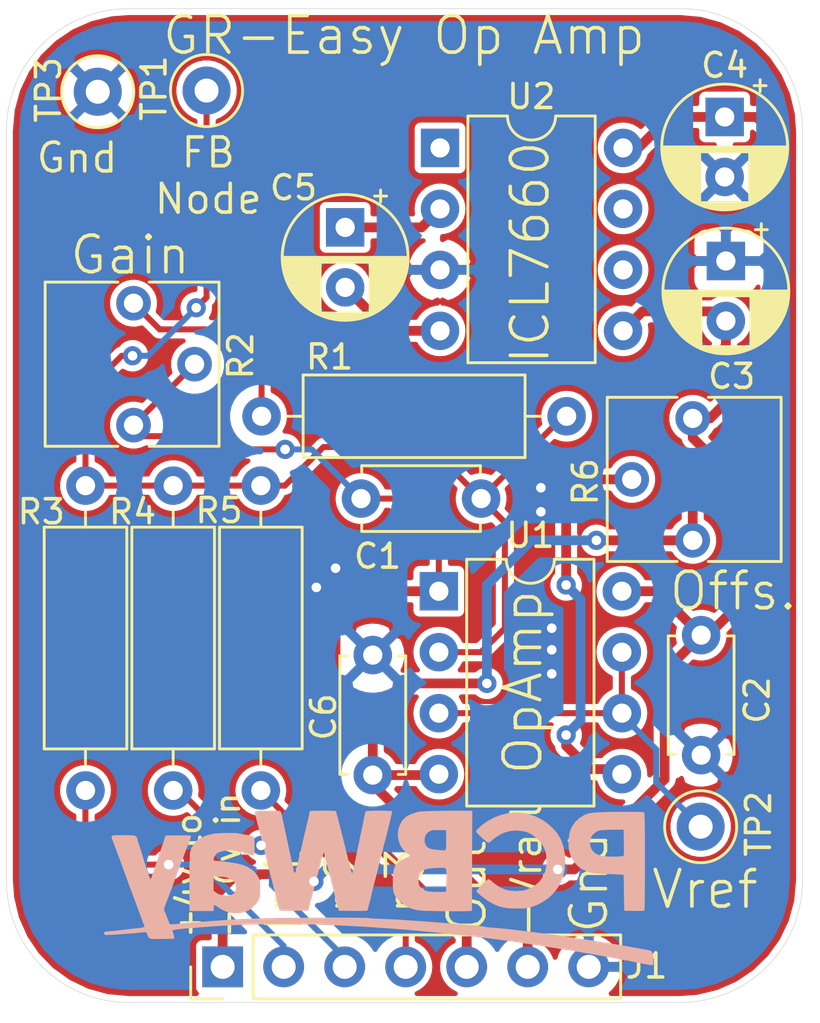
<source format=kicad_pcb>
(kicad_pcb (version 20171130) (host pcbnew "(5.1.2-1)-1")
  (layers (0 F.Cu signal) (31 B.Cu signal) (34 B.Paste user hide) (35 F.Paste user) (36 B.SilkS user hide) (37 F.SilkS user) (38 B.Mask user hide) (39 F.Mask user hide) (44 Edge.Cuts user))
  (net 0 "")
  (net 1 GNDREF)
  (net 2 /Out)
  (net 3 "Net-(C1-Pad2)")
  (net 4 "Net-(R1-Pad1)")
  (net 5 VCC)
  (net 6 VSS)
  (net 7 "Net-(C5-Pad1)")
  (net 8 "Net-(C5-Pad2)")
  (net 9 /In1)
  (net 10 /In2)
  (net 11 /In3)
  (net 12 "Net-(R6-Pad2)")
  (net 13 /Vref)
  (net 14 "Net-(U2-Pad7)")
  (net 15 "Net-(U2-Pad6)")
  (net 16 "Net-(U2-Pad1)")
  (module "_Custom_Footprints:pcb way logo" (layer B.Cu) (at 103.511 92.271 180)
    (fp_text reference G*** hide)
    (fp_text value LOGO hide)
  )
  (module Capacitor_THT:C_Disc_D4.7mm_W2.5mm_P5.00mm (layer F.Cu) (at 102.771 75.371)
    (fp_text reference C1 (at 0.69 2.4) (layer F.SilkS))
    (fp_text value DNI)
    (pad 1 thru_hole circle (at 0 0) (size 1.6 1.6) (drill 0.8) (layers *.Cu *.Mask) (net 2 /Out))
    (pad 2 thru_hole circle (at 5 0) (size 1.6 1.6) (drill 0.8) (layers *.Cu *.Mask) (net 3 "Net-(C1-Pad2)"))
  )
  (module Capacitor_THT:C_Disc_D4.7mm_W2.5mm_P5.00mm (layer F.Cu) (at 116.931 86.061 90)
    (fp_text reference C2 (at 2.29 2.33 90) (layer F.SilkS))
    (fp_text value 100nF)
    (pad 2 thru_hole circle (at 5 0 90) (size 1.6 1.6) (drill 0.8) (layers *.Cu *.Mask) (net 5 VCC))
    (pad 1 thru_hole circle (at 0 0 90) (size 1.6 1.6) (drill 0.8) (layers *.Cu *.Mask) (net 1 GNDREF))
  )
  (module Capacitor_THT:CP_Radial_D5.0mm_P2.50mm (layer F.Cu) (at 117.961 65.471 270)
    (fp_text reference C3 (at 4.81 -0.24 180) (layer F.SilkS))
    (fp_text value 10uF)
    (pad 2 thru_hole circle (at 2.5 0 270) (size 1.6 1.6) (drill 0.8) (layers *.Cu *.Mask) (net 6 VSS))
    (pad 1 thru_hole rect (at 0 0 270) (size 1.6 1.6) (drill 0.8) (layers *.Cu *.Mask) (net 1 GNDREF))
  )
  (module Capacitor_THT:CP_Radial_D5.0mm_P2.50mm (layer F.Cu) (at 117.911 59.471 270)
    (fp_text reference C4 (at -2.15 0 180) (layer F.SilkS))
    (fp_text value 10uF)
    (pad 1 thru_hole rect (at 0 0 270) (size 1.6 1.6) (drill 0.8) (layers *.Cu *.Mask) (net 5 VCC))
    (pad 2 thru_hole circle (at 2.5 0 270) (size 1.6 1.6) (drill 0.8) (layers *.Cu *.Mask) (net 1 GNDREF))
  )
  (module Capacitor_THT:CP_Radial_D5.0mm_P2.50mm (layer F.Cu) (at 102.111 64.071 270)
    (fp_text reference C5 (at -1.65 2.15 180) (layer F.SilkS))
    (fp_text value 10uF)
    (pad 1 thru_hole rect (at 0 0 270) (size 1.6 1.6) (drill 0.8) (layers *.Cu *.Mask) (net 7 "Net-(C5-Pad1)"))
    (pad 2 thru_hole circle (at 2.5 0 270) (size 1.6 1.6) (drill 0.8) (layers *.Cu *.Mask) (net 8 "Net-(C5-Pad2)"))
  )
  (module Capacitor_THT:C_Disc_D4.7mm_W2.5mm_P5.00mm (layer F.Cu) (at 103.261 81.891 270)
    (fp_text reference C6 (at 2.58 2.05 90) (layer F.SilkS))
    (fp_text value 100nF)
    (pad 1 thru_hole circle (at 0 0 270) (size 1.6 1.6) (drill 0.8) (layers *.Cu *.Mask) (net 1 GNDREF))
    (pad 2 thru_hole circle (at 5 0 270) (size 1.6 1.6) (drill 0.8) (layers *.Cu *.Mask) (net 6 VSS))
  )
  (module Connector_PinHeader_2.54mm:PinHeader_1x07_P2.54mm_Vertical (layer F.Cu) (at 97.011 94.881 90)
    (fp_text reference J1 (at 0.035 17.65 180) (layer F.SilkS))
    (fp_text value Conn_01x07)
    (pad 1 thru_hole rect (at 0 0 90) (size 1.7 1.7) (drill 1) (layers *.Cu *.Mask) (net 5 VCC))
    (pad 2 thru_hole oval (at 0 2.54 90) (size 1.7 1.7) (drill 1) (layers *.Cu *.Mask) (net 9 /In1))
    (pad 3 thru_hole oval (at 0 5.08 90) (size 1.7 1.7) (drill 1) (layers *.Cu *.Mask) (net 10 /In2))
    (pad 4 thru_hole oval (at 0 7.62 90) (size 1.7 1.7) (drill 1) (layers *.Cu *.Mask) (net 11 /In3))
    (pad 5 thru_hole oval (at 0 10.16 90) (size 1.7 1.7) (drill 1) (layers *.Cu *.Mask) (net 2 /Out))
    (pad 6 thru_hole oval (at 0 12.7 90) (size 1.7 1.7) (drill 1) (layers *.Cu *.Mask) (net 6 VSS))
    (pad 7 thru_hole oval (at 0 15.24 90) (size 1.7 1.7) (drill 1) (layers *.Cu *.Mask) (net 1 GNDREF))
  )
  (module Resistor_THT:R_Axial_DIN0309_L9.0mm_D3.2mm_P12.70mm_Horizontal (layer F.Cu) (at 98.631 71.941)
    (fp_text reference R1 (at 2.83 -2.47) (layer F.SilkS))
    (fp_text value 4K7)
    (pad 2 thru_hole oval (at 12.7 0) (size 1.6 1.6) (drill 0.8) (layers *.Cu *.Mask) (net 3 "Net-(C1-Pad2)"))
    (pad 1 thru_hole circle (at 0 0) (size 1.6 1.6) (drill 0.8) (layers *.Cu *.Mask) (net 4 "Net-(R1-Pad1)"))
  )
  (module Potentiometer_THT:Potentiometer_Vishay_T73YP_Vertical (layer F.Cu) (at 93.301 72.311)
    (fp_text reference R2 (at 4.46 -2.89 90) (layer F.SilkS))
    (fp_text value 100K)
    (pad 3 thru_hole circle (at 0 -5.08) (size 1.44 1.44) (drill 0.8) (layers *.Cu *.Mask) (net 4 "Net-(R1-Pad1)"))
    (pad 2 thru_hole circle (at 2.54 -2.54) (size 1.44 1.44) (drill 0.8) (layers *.Cu *.Mask) (net 2 /Out))
    (pad 1 thru_hole circle (at 0 0) (size 1.44 1.44) (drill 0.8) (layers *.Cu *.Mask) (net 2 /Out))
  )
  (module Resistor_THT:R_Axial_DIN0309_L9.0mm_D3.2mm_P12.70mm_Horizontal (layer F.Cu) (at 91.301 74.831 270)
    (fp_text reference R3 (at 1.09 1.84 180) (layer F.SilkS))
    (fp_text value 10K)
    (pad 2 thru_hole oval (at 12.7 0 270) (size 1.6 1.6) (drill 0.8) (layers *.Cu *.Mask) (net 9 /In1))
    (pad 1 thru_hole circle (at 0 0 270) (size 1.6 1.6) (drill 0.8) (layers *.Cu *.Mask) (net 3 "Net-(C1-Pad2)"))
  )
  (module Resistor_THT:R_Axial_DIN0309_L9.0mm_D3.2mm_P12.70mm_Horizontal (layer F.Cu) (at 94.951 74.831 270)
    (fp_text reference R4 (at 1.09 1.69 180) (layer F.SilkS))
    (fp_text value 10K)
    (pad 1 thru_hole circle (at 0 0 270) (size 1.6 1.6) (drill 0.8) (layers *.Cu *.Mask) (net 3 "Net-(C1-Pad2)"))
    (pad 2 thru_hole oval (at 12.7 0 270) (size 1.6 1.6) (drill 0.8) (layers *.Cu *.Mask) (net 10 /In2))
  )
  (module Resistor_THT:R_Axial_DIN0309_L9.0mm_D3.2mm_P12.70mm_Horizontal (layer F.Cu) (at 98.601 74.831 270)
    (fp_text reference R5 (at 1.04 1.74 180) (layer F.SilkS))
    (fp_text value 10K)
    (pad 1 thru_hole circle (at 0 0 270) (size 1.6 1.6) (drill 0.8) (layers *.Cu *.Mask) (net 3 "Net-(C1-Pad2)"))
    (pad 2 thru_hole oval (at 12.7 0 270) (size 1.6 1.6) (drill 0.8) (layers *.Cu *.Mask) (net 11 /In3))
  )
  (module TestPoint:TestPoint_Loop_D1.80mm_Drill1.0mm_Beaded (layer F.Cu) (at 96.341 58.371)
    (fp_text reference TP1 (at -2.19 -0.1 90) (layer F.SilkS))
    (fp_text value TestPoint)
    (pad 1 thru_hole circle (at 0 0) (size 2 2) (drill 1) (layers *.Cu *.Mask) (net 3 "Net-(C1-Pad2)"))
  )
  (module TestPoint:TestPoint_Loop_D1.80mm_Drill1.0mm_Beaded (layer F.Cu) (at 116.911 89.041)
    (fp_text reference TP2 (at 2.41 -0.12 90) (layer F.SilkS))
    (fp_text value TestPoint)
    (pad 1 thru_hole circle (at 0 0) (size 2 2) (drill 1) (layers *.Cu *.Mask) (net 13 /Vref))
  )
  (module Package_DIP:DIP-8_W7.62mm (layer F.Cu) (at 106.011 79.231)
    (fp_text reference U1 (at 3.81 -2.33) (layer F.SilkS))
    (fp_text value LM358)
    (pad 1 thru_hole rect (at 0 0) (size 1.6 1.6) (drill 0.8) (layers *.Cu *.Mask) (net 2 /Out))
    (pad 5 thru_hole oval (at 7.62 7.62) (size 1.6 1.6) (drill 0.8) (layers *.Cu *.Mask) (net 12 "Net-(R6-Pad2)"))
    (pad 2 thru_hole oval (at 0 2.54) (size 1.6 1.6) (drill 0.8) (layers *.Cu *.Mask) (net 3 "Net-(C1-Pad2)"))
    (pad 6 thru_hole oval (at 7.62 5.08) (size 1.6 1.6) (drill 0.8) (layers *.Cu *.Mask) (net 13 /Vref))
    (pad 3 thru_hole oval (at 0 5.08) (size 1.6 1.6) (drill 0.8) (layers *.Cu *.Mask) (net 13 /Vref))
    (pad 7 thru_hole oval (at 7.62 2.54) (size 1.6 1.6) (drill 0.8) (layers *.Cu *.Mask) (net 13 /Vref))
    (pad 4 thru_hole oval (at 0 7.62) (size 1.6 1.6) (drill 0.8) (layers *.Cu *.Mask) (net 6 VSS))
    (pad 8 thru_hole oval (at 7.62 0) (size 1.6 1.6) (drill 0.8) (layers *.Cu *.Mask) (net 5 VCC))
  )
  (module Package_DIP:DIP-8_W7.62mm (layer F.Cu) (at 106.061 60.761)
    (fp_text reference U2 (at 3.8 -2.14) (layer F.SilkS))
    (fp_text value ICL7660)
    (pad 8 thru_hole oval (at 7.62 0) (size 1.6 1.6) (drill 0.8) (layers *.Cu *.Mask) (net 5 VCC))
    (pad 4 thru_hole oval (at 0 7.62) (size 1.6 1.6) (drill 0.8) (layers *.Cu *.Mask) (net 8 "Net-(C5-Pad2)"))
    (pad 7 thru_hole oval (at 7.62 2.54) (size 1.6 1.6) (drill 0.8) (layers *.Cu *.Mask) (net 14 "Net-(U2-Pad7)"))
    (pad 3 thru_hole oval (at 0 5.08) (size 1.6 1.6) (drill 0.8) (layers *.Cu *.Mask) (net 1 GNDREF))
    (pad 6 thru_hole oval (at 7.62 5.08) (size 1.6 1.6) (drill 0.8) (layers *.Cu *.Mask) (net 15 "Net-(U2-Pad6)"))
    (pad 2 thru_hole oval (at 0 2.54) (size 1.6 1.6) (drill 0.8) (layers *.Cu *.Mask) (net 7 "Net-(C5-Pad1)"))
    (pad 5 thru_hole oval (at 7.62 7.62) (size 1.6 1.6) (drill 0.8) (layers *.Cu *.Mask) (net 6 VSS))
    (pad 1 thru_hole rect (at 0 0) (size 1.6 1.6) (drill 0.8) (layers *.Cu *.Mask) (net 16 "Net-(U2-Pad1)"))
  )
  (module Potentiometer_THT:Potentiometer_Vishay_T73YP_Vertical (layer F.Cu) (at 116.581 72.031 180)
    (fp_text reference R6 (at 4.47 -2.64 90) (layer F.SilkS))
    (fp_text value 100K)
    (pad 3 thru_hole circle (at 0 -5.08 180) (size 1.44 1.44) (drill 0.8) (layers *.Cu *.Mask) (net 6 VSS))
    (pad 2 thru_hole circle (at 2.54 -2.54 180) (size 1.44 1.44) (drill 0.8) (layers *.Cu *.Mask) (net 12 "Net-(R6-Pad2)"))
    (pad 1 thru_hole circle (at 0 0 180) (size 1.44 1.44) (drill 0.8) (layers *.Cu *.Mask) (net 5 VCC))
  )
  (module TestPoint:TestPoint_Loop_D1.80mm_Drill1.0mm_Beaded (layer F.Cu) (at 91.811 58.421)
    (fp_text reference TP3 (at -2.05 -0.08 90) (layer F.SilkS))
    (fp_text value TestPoint)
    (pad 1 thru_hole circle (at 0 0) (size 2 2) (drill 1) (layers *.Cu *.Mask) (net 1 GNDREF))
  )
  (gr_text Offs. (at 118.261 79.221) (layer F.SilkS) (effects (font (size 1.524 1.524))))
  (gr_text Gain (at 93.161 65.221) (layer F.SilkS) (effects (font (size 1.524 1.524))))
  (gr_text "OpAmp\n" (at 109.511 83.021 90) (layer F.SilkS) (effects (font (size 1.524 1.524))))
  (gr_text ICL7660 (at 109.811 65.121 90) (layer F.SilkS) (effects (font (size 1.524 1.524))))
  (gr_text "+4v to \n+10v in" (at 96.411 93.771 90) (layer F.SilkS) (effects (font (size 1 1)) (justify left)))
  (gr_text Gnd (at 112.261 91.371 90) (layer F.SilkS) (effects (font (size 1.5 1.5))))
  (gr_text -Vrail (at 109.661 90.871 90) (layer F.SilkS) (effects (font (size 1.2 1.2))))
  (gr_text Out (at 107.186 91.521 90) (layer F.SilkS) (effects (font (size 1.524 1.524))))
  (gr_text "In3\n" (at 104.611 91.646 90) (layer F.SilkS) (effects (font (size 1.524 1.524))))
  (gr_text In2 (at 102.086 91.646 90) (layer F.SilkS) (effects (font (size 1.524 1.524))))
  (gr_text In1 (at 99.586 91.646 90) (layer F.SilkS) (effects (font (size 1.524 1.524))))
  (gr_text Vref (at 117.091 91.651) (layer F.SilkS) (effects (font (size 1.524 1.524))))
  (gr_text "FB\nNode" (at 96.411 61.921) (layer F.SilkS) (effects (font (size 1.2 1.2))))
  (gr_text Gnd (at 90.951 61.171) (layer F.SilkS) (effects (font (size 1.2 1.2))))
  (gr_arc (start 93.091 91.284) (end 88.011 91.284) (angle -90) (layer Edge.Cuts) (width 0.0254))
  (gr_text "GR-Easy Op Amp" (at 104.561 56.071) (layer F.SilkS) (effects (font (size 1.524 1.524))))
  (gr_arc (start 116.07 91.284) (end 116.07 96.364) (angle -90) (layer Edge.Cuts) (width 0.0254))
  (gr_arc (start 116.07 60.038) (end 121.15 60.038) (angle -90) (layer Edge.Cuts) (width 0.0254))
  (gr_arc (start 93.091 60.038) (end 93.091 54.958) (angle -90) (layer Edge.Cuts) (width 0.0254))
  (gr_line (start 88.011 91.284) (end 88.011 60.038) (layer Edge.Cuts) (width 0.0254))
  (gr_line (start 116.07 96.364) (end 93.091 96.364) (layer Edge.Cuts) (width 0.0254))
  (gr_line (start 121.151 60.035) (end 121.151 91.281) (layer Edge.Cuts) (width 0.0254))
  (gr_line (start 93.091 54.958) (end 116.07 54.958) (layer Edge.Cuts) (width 0.0254))
  (via (at 110.261 75.921) (size 0.8) (drill 0.4) (layers F.Cu B.Cu) (net 1))
  (via (at 110.261 74.921) (size 0.8) (drill 0.4) (layers F.Cu B.Cu) (net 1))
  (via (at 100.911 79.071) (size 0.8) (drill 0.4) (layers F.Cu B.Cu) (net 1))
  (via (at 101.711 78.271) (size 0.8) (drill 0.4) (layers F.Cu B.Cu) (net 1))
  (via (at 110.711 80.771) (size 0.8) (drill 0.4) (layers F.Cu B.Cu) (net 1))
  (via (at 110.711 81.671) (size 0.8) (drill 0.4) (layers F.Cu B.Cu) (net 1))
  (via (at 110.711 82.671) (size 0.8) (drill 0.4) (layers F.Cu B.Cu) (net 1))
  (segment (start 107.171 93.531) (end 107.171 94.881) (width 0.4064) (layer F.Cu) (net 2))
  (segment (start 101.711 88.071) (end 107.171 93.531) (width 0.4064) (layer F.Cu) (net 2))
  (segment (start 101.711 80.321) (end 101.711 88.071) (width 0.4064) (layer F.Cu) (net 2))
  (segment (start 102.801 79.231) (end 101.711 80.321) (width 0.4064) (layer F.Cu) (net 2))
  (segment (start 106.011 79.231) (end 102.801 79.231) (width 0.4064) (layer F.Cu) (net 2))
  (segment (start 102.771 75.371) (end 104.111 75.371) (width 0.25) (layer F.Cu) (net 2))
  (segment (start 106.011 77.271) (end 106.011 79.231) (width 0.25) (layer F.Cu) (net 2))
  (segment (start 104.111 75.371) (end 106.011 77.271) (width 0.25) (layer F.Cu) (net 2))
  (via (at 99.611 73.321) (size 0.8) (drill 0.4) (layers F.Cu B.Cu) (net 2))
  (segment (start 100.721 73.321) (end 102.771 75.371) (width 0.25) (layer B.Cu) (net 2))
  (segment (start 99.611 73.321) (end 100.721 73.321) (width 0.25) (layer B.Cu) (net 2))
  (segment (start 95.841 69.771) (end 93.301 72.311) (width 0.25) (layer F.Cu) (net 2))
  (segment (start 97.211 73.321) (end 99.611 73.321) (width 0.25) (layer F.Cu) (net 2))
  (segment (start 96.661 72.771) (end 97.211 73.321) (width 0.25) (layer F.Cu) (net 2))
  (segment (start 93.761 72.771) (end 96.661 72.771) (width 0.25) (layer F.Cu) (net 2))
  (segment (start 93.301 72.311) (end 93.761 72.771) (width 0.25) (layer F.Cu) (net 2))
  (segment (start 108.761 76.361) (end 107.771 75.371) (width 0.25) (layer F.Cu) (net 3))
  (segment (start 108.761 80.771) (end 108.761 76.361) (width 0.25) (layer F.Cu) (net 3))
  (segment (start 107.761 81.771) (end 108.761 80.771) (width 0.25) (layer F.Cu) (net 3))
  (segment (start 106.011 81.771) (end 107.761 81.771) (width 0.25) (layer F.Cu) (net 3))
  (segment (start 91.301 74.831) (end 94.951 74.831) (width 0.25) (layer F.Cu) (net 3))
  (segment (start 98.601 74.831) (end 94.951 74.831) (width 0.25) (layer F.Cu) (net 3))
  (segment (start 98.601 74.831) (end 99.601 74.831) (width 0.25) (layer F.Cu) (net 3))
  (segment (start 99.601 74.831) (end 101.211 73.221) (width 0.25) (layer F.Cu) (net 3))
  (segment (start 105.621 73.221) (end 107.771 75.371) (width 0.25) (layer F.Cu) (net 3))
  (segment (start 101.211 73.221) (end 105.621 73.221) (width 0.25) (layer F.Cu) (net 3))
  (segment (start 111.201 71.941) (end 107.771 75.371) (width 0.25) (layer F.Cu) (net 3))
  (segment (start 111.331 71.941) (end 111.201 71.941) (width 0.25) (layer F.Cu) (net 3))
  (segment (start 96.341 58.371) (end 96.341 66.991) (width 0.25) (layer F.Cu) (net 3))
  (via (at 95.911 67.421) (size 0.8) (drill 0.4) (layers F.Cu B.Cu) (net 3))
  (segment (start 96.341 66.991) (end 95.911 67.421) (width 0.25) (layer F.Cu) (net 3))
  (segment (start 93.911 69.421) (end 93.261 69.421) (width 0.25) (layer B.Cu) (net 3))
  (via (at 93.261 69.421) (size 0.8) (drill 0.4) (layers F.Cu B.Cu) (net 3))
  (segment (start 95.911 67.421) (end 93.911 69.421) (width 0.25) (layer B.Cu) (net 3))
  (segment (start 93.261 69.421) (end 92.811 69.421) (width 0.25) (layer F.Cu) (net 3))
  (segment (start 91.301 70.931) (end 91.301 74.831) (width 0.25) (layer F.Cu) (net 3))
  (segment (start 92.811 69.421) (end 91.301 70.931) (width 0.25) (layer F.Cu) (net 3))
  (segment (start 98.631 71.941) (end 98.011 71.941) (width 0.25) (layer F.Cu) (net 4))
  (segment (start 98.631 71.941) (end 98.631 69.791) (width 0.25) (layer F.Cu) (net 4))
  (segment (start 98.631 69.791) (end 97.161 68.321) (width 0.25) (layer F.Cu) (net 4))
  (segment (start 94.391 68.321) (end 93.301 67.231) (width 0.25) (layer F.Cu) (net 4))
  (segment (start 97.161 68.321) (end 94.391 68.321) (width 0.25) (layer F.Cu) (net 4))
  (segment (start 97.011 94.881) (end 97.011 92.537975) (width 0.4064) (layer F.Cu) (net 5))
  (segment (start 97.011 92.537975) (end 98.527975 91.021) (width 0.4064) (layer F.Cu) (net 5))
  (via (at 100.811 91.321) (size 0.8) (drill 0.4) (layers F.Cu B.Cu) (net 5))
  (segment (start 100.511 91.021) (end 100.811 91.321) (width 0.4064) (layer F.Cu) (net 5))
  (segment (start 98.527975 91.021) (end 100.511 91.021) (width 0.4064) (layer F.Cu) (net 5))
  (via (at 110.960781 90.821) (size 0.8) (drill 0.4) (layers F.Cu B.Cu) (net 5))
  (segment (start 101.311 90.821) (end 110.960781 90.821) (width 0.4064) (layer B.Cu) (net 5))
  (segment (start 100.811 91.321) (end 101.311 90.821) (width 0.4064) (layer B.Cu) (net 5))
  (segment (start 110.960781 90.821) (end 111.647406 90.821) (width 0.4064) (layer F.Cu) (net 5))
  (segment (start 111.647406 90.821) (end 115.411 87.057406) (width 0.4064) (layer F.Cu) (net 5))
  (segment (start 115.411 82.581) (end 116.931 81.061) (width 0.4064) (layer F.Cu) (net 5))
  (segment (start 115.411 87.057406) (end 115.411 82.581) (width 0.4064) (layer F.Cu) (net 5))
  (segment (start 115.101 79.231) (end 116.931 81.061) (width 0.4064) (layer F.Cu) (net 5))
  (segment (start 113.631 79.231) (end 115.101 79.231) (width 0.4064) (layer F.Cu) (net 5))
  (segment (start 116.581 72.031) (end 116.521 72.031) (width 0.4064) (layer B.Cu) (net 5))
  (segment (start 113.681 60.761) (end 114.321 60.761) (width 0.4064) (layer F.Cu) (net 5))
  (segment (start 115.611 59.471) (end 117.911 59.471) (width 0.4064) (layer F.Cu) (net 5))
  (segment (start 114.321 60.761) (end 115.611 59.471) (width 0.4064) (layer F.Cu) (net 5))
  (segment (start 119.230644 59.471) (end 117.911 59.471) (width 0.4064) (layer F.Cu) (net 5))
  (segment (start 119.859818 60.100174) (end 119.230644 59.471) (width 0.4064) (layer F.Cu) (net 5))
  (segment (start 119.859818 69.472182) (end 119.859818 60.100174) (width 0.4064) (layer F.Cu) (net 5))
  (segment (start 117.301 72.031) (end 119.859818 69.472182) (width 0.4064) (layer F.Cu) (net 5))
  (segment (start 116.581 72.031) (end 117.301 72.031) (width 0.4064) (layer F.Cu) (net 5))
  (segment (start 116.581 72.841) (end 116.581 72.031) (width 0.4064) (layer F.Cu) (net 5))
  (segment (start 118.861 75.121) (end 116.581 72.841) (width 0.4064) (layer F.Cu) (net 5))
  (segment (start 118.861 79.421) (end 118.861 75.121) (width 0.4064) (layer F.Cu) (net 5))
  (segment (start 117.221 81.061) (end 118.861 79.421) (width 0.4064) (layer F.Cu) (net 5))
  (segment (start 116.931 81.061) (end 117.221 81.061) (width 0.4064) (layer F.Cu) (net 5))
  (segment (start 116.581 77.111) (end 116.581 74.691) (width 0.4064) (layer F.Cu) (net 6))
  (segment (start 116.581 74.691) (end 114.761 72.871) (width 0.4064) (layer F.Cu) (net 6))
  (segment (start 114.761 72.871) (end 114.761 71.271) (width 0.4064) (layer F.Cu) (net 6))
  (segment (start 114.761 71.271) (end 116.511 69.521) (width 0.4064) (layer F.Cu) (net 6))
  (segment (start 116.511 69.521) (end 117.461 69.521) (width 0.4064) (layer F.Cu) (net 6))
  (segment (start 117.961 69.021) (end 117.961 67.971) (width 0.4064) (layer F.Cu) (net 6))
  (segment (start 117.461 69.521) (end 117.961 69.021) (width 0.4064) (layer F.Cu) (net 6))
  (segment (start 117.561 67.571) (end 117.961 67.971) (width 0.4064) (layer F.Cu) (net 6))
  (segment (start 114.491 67.571) (end 117.561 67.571) (width 0.4064) (layer F.Cu) (net 6))
  (segment (start 113.681 68.381) (end 114.491 67.571) (width 0.4064) (layer F.Cu) (net 6))
  (segment (start 105.971 86.891) (end 106.011 86.851) (width 0.4064) (layer F.Cu) (net 6))
  (segment (start 103.261 86.891) (end 105.971 86.891) (width 0.4064) (layer F.Cu) (net 6))
  (segment (start 116.581 77.111) (end 112.571 77.111) (width 0.4064) (layer F.Cu) (net 6))
  (segment (start 103.261 86.891) (end 103.261 84.471) (width 0.4064) (layer F.Cu) (net 6))
  (via (at 108.011 83.071) (size 0.8) (drill 0.4) (layers F.Cu B.Cu) (net 6))
  (segment (start 104.661 83.071) (end 108.011 83.071) (width 0.4064) (layer F.Cu) (net 6))
  (segment (start 103.261 84.471) (end 104.661 83.071) (width 0.4064) (layer F.Cu) (net 6))
  (segment (start 108.011 83.071) (end 108.011 78.971) (width 0.4064) (layer B.Cu) (net 6))
  (via (at 112.571 77.111) (size 0.8) (drill 0.4) (layers F.Cu B.Cu) (net 6))
  (segment (start 109.871 77.111) (end 112.571 77.111) (width 0.4064) (layer B.Cu) (net 6))
  (segment (start 108.011 78.971) (end 109.871 77.111) (width 0.4064) (layer B.Cu) (net 6))
  (segment (start 103.261 87.271) (end 103.261 86.891) (width 0.4064) (layer F.Cu) (net 6))
  (segment (start 109.711 93.721) (end 103.261 87.271) (width 0.4064) (layer F.Cu) (net 6))
  (segment (start 109.711 94.881) (end 109.711 93.721) (width 0.4064) (layer F.Cu) (net 6))
  (segment (start 105.291 64.071) (end 106.061 63.301) (width 0.4064) (layer F.Cu) (net 7))
  (segment (start 102.111 64.071) (end 105.291 64.071) (width 0.4064) (layer F.Cu) (net 7))
  (segment (start 103.921 68.381) (end 102.111 66.571) (width 0.4064) (layer F.Cu) (net 8))
  (segment (start 106.061 68.381) (end 103.921 68.381) (width 0.4064) (layer F.Cu) (net 8))
  (segment (start 99.551 94.881) (end 99.551 94.007559) (width 0.25) (layer B.Cu) (net 9))
  (segment (start 99.551 94.007559) (end 96.164441 90.621) (width 0.25) (layer B.Cu) (net 9))
  (segment (start 96.164441 90.621) (end 94.761 90.621) (width 0.25) (layer B.Cu) (net 9))
  (via (at 94.761 90.621) (size 0.8) (drill 0.4) (layers F.Cu B.Cu) (net 9))
  (segment (start 94.761 90.621) (end 93.011 90.621) (width 0.25) (layer F.Cu) (net 9))
  (segment (start 91.298165 88.908165) (end 91.298165 87.328918) (width 0.25) (layer F.Cu) (net 9))
  (segment (start 93.011 90.621) (end 91.298165 88.908165) (width 0.25) (layer F.Cu) (net 9))
  (via (at 98.611 89.821) (size 0.8) (drill 0.4) (layers F.Cu B.Cu) (net 10))
  (segment (start 97.490712 89.821) (end 94.947447 87.277735) (width 0.25) (layer F.Cu) (net 10))
  (segment (start 98.611 89.821) (end 97.490712 89.821) (width 0.25) (layer F.Cu) (net 10))
  (segment (start 99.061 90.271) (end 98.611 89.821) (width 0.25) (layer B.Cu) (net 10))
  (segment (start 99.061 91.471) (end 99.061 90.271) (width 0.25) (layer B.Cu) (net 10))
  (segment (start 102.091 94.501) (end 99.061 91.471) (width 0.25) (layer B.Cu) (net 10))
  (segment (start 102.091 94.881) (end 102.091 94.501) (width 0.25) (layer B.Cu) (net 10))
  (segment (start 104.631 93.561) (end 98.601 87.531) (width 0.25) (layer F.Cu) (net 11))
  (segment (start 104.631 94.881) (end 104.631 93.561) (width 0.25) (layer F.Cu) (net 11))
  (segment (start 114.041 74.571) (end 112.461 74.571) (width 0.4064) (layer F.Cu) (net 12))
  (segment (start 112.461 74.571) (end 111.311 75.721) (width 0.4064) (layer F.Cu) (net 12))
  (via (at 111.311 78.971) (size 0.8) (drill 0.4) (layers F.Cu B.Cu) (net 12))
  (segment (start 111.311 75.721) (end 111.311 78.971) (width 0.4064) (layer F.Cu) (net 12))
  (via (at 111.311 85.221) (size 0.8) (drill 0.4) (layers F.Cu B.Cu) (net 12))
  (segment (start 111.311 85.221) (end 111.311 85.671) (width 0.4064) (layer F.Cu) (net 12))
  (segment (start 112.283932 86.643932) (end 113.418039 86.643932) (width 0.4064) (layer F.Cu) (net 12))
  (segment (start 111.311 85.671) (end 112.283932 86.643932) (width 0.4064) (layer F.Cu) (net 12))
  (segment (start 111.911 84.621) (end 111.311 85.221) (width 0.4064) (layer B.Cu) (net 12))
  (segment (start 111.911 79.571) (end 111.911 84.621) (width 0.4064) (layer B.Cu) (net 12))
  (segment (start 111.311 78.971) (end 111.911 79.571) (width 0.4064) (layer B.Cu) (net 12))
  (segment (start 113.631 81.771) (end 113.631 84.311) (width 0.25) (layer F.Cu) (net 13))
  (segment (start 113.631 84.311) (end 106.011 84.311) (width 0.25) (layer F.Cu) (net 13))
  (segment (start 115.061 87.191) (end 116.911 89.041) (width 0.25) (layer B.Cu) (net 13))
  (segment (start 115.061 85.821) (end 115.061 87.191) (width 0.25) (layer B.Cu) (net 13))
  (segment (start 113.631 84.391) (end 115.061 85.821) (width 0.25) (layer B.Cu) (net 13))
  (segment (start 113.631 84.311) (end 113.631 84.391) (width 0.25) (layer B.Cu) (net 13))
  (zone (net 1) (net_name GNDREF) (layer F.Cu) (connect_pads (clearance 0.254)) (min_thickness 0.2032) (fill yes (arc_segments 32) (thermal_gap 0.508) (thermal_bridge_width 0.4064))
    (polygon (pts (xy 88.004609 54.778072) (xy 121.648775 54.597776) (xy 121.373226 96.944224) (xy 87.74176 97.01022)))
  )
  (zone (net 1) (net_name GNDREF) (layer B.Cu) (connect_pads (clearance 0.508)) (min_thickness 0.2032) (fill yes (arc_segments 32) (thermal_gap 0.762) (thermal_bridge_width 0.4064))
    (polygon (pts (xy 87.81807 54.74716) (xy 121.634055 55.079265) (xy 121.887945 97.219135) (xy 88.01354 97.01657)))
  )
)
</source>
